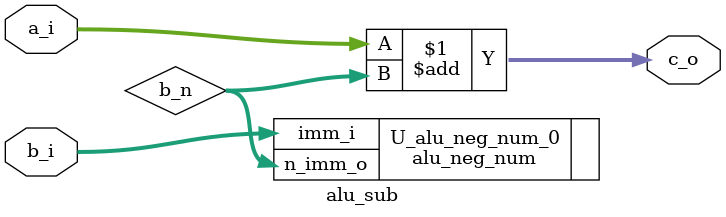
<source format=v>
`timescale 1ns / 1ps


module alu_sub(
    input       [31:0]  a_i,
    input       [31:0]  b_i,
    output      [31:0]  c_o
    );
    wire [31:0] b_n;
    // Àý»¯Ò»¸öÈ¡¸ºÂß¼­
    alu_neg_num U_alu_neg_num_0 (
        .imm_i      (b_i),
        .n_imm_o    (b_n)
    );
    // ¼õ·¨¾ÍÊÇ¼ÓÉÏ¸ºÊýµÄ²¹Âë
    assign c_o = a_i + b_n;
endmodule

</source>
